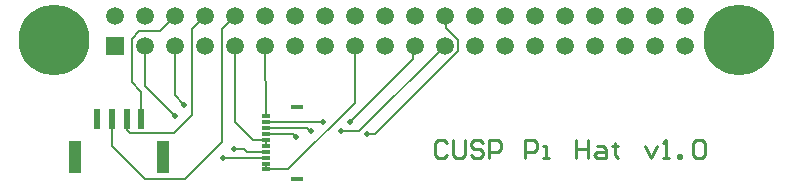
<source format=gtl>
G04*
G04 #@! TF.GenerationSoftware,Altium Limited,Altium Designer,22.9.1 (49)*
G04*
G04 Layer_Physical_Order=1*
G04 Layer_Color=255*
%FSLAX44Y44*%
%MOMM*%
G71*
G04*
G04 #@! TF.SameCoordinates,166B4888-961C-4D6F-8319-6358E2314730*
G04*
G04*
G04 #@! TF.FilePolarity,Positive*
G04*
G01*
G75*
%ADD11C,0.2000*%
%ADD13C,0.2540*%
%ADD14R,1.0000X2.7000*%
%ADD15R,0.6000X1.7000*%
%ADD16R,0.7000X0.3000*%
%ADD17R,1.0000X0.3000*%
%ADD24C,1.5000*%
%ADD25R,1.5000X1.5000*%
%ADD26C,6.0000*%
%ADD27C,0.5000*%
D11*
X262500Y57500D02*
X262500Y57500D01*
X215000D02*
X215000Y57500D01*
X262500D01*
X187500Y35000D02*
X195406D01*
X111602Y88398D02*
X137500Y62500D01*
X111602Y88398D02*
Y122301D01*
X214250Y62500D02*
Y91804D01*
X213202Y92852D02*
X214250Y91804D01*
X213202Y92852D02*
Y122301D01*
X239188Y45000D02*
X240000D01*
X215000Y47500D02*
X236688D01*
X239188Y45000D01*
X215000Y47500D02*
X215000Y47500D01*
X366258Y137201D02*
Y147044D01*
Y137201D02*
X376602Y126857D01*
Y117744D02*
Y126857D01*
X365602Y147701D02*
X366258Y147044D01*
X306357Y47500D02*
X376602Y117744D01*
X300000Y47500D02*
X306357D01*
X214250Y17500D02*
X233018D01*
X289402Y73884D01*
Y122301D01*
X111352Y9508D02*
X145642D01*
X176630Y40496D01*
Y136529D01*
X83750Y37110D02*
X111352Y9508D01*
X215000Y52500D02*
X249188D01*
X251688Y50000D02*
X252500D01*
X249188Y52500D02*
X251688Y50000D01*
X293301D02*
X365602Y122301D01*
X277500Y50000D02*
X293301D01*
X285000Y57500D02*
X338489Y110989D01*
Y120588D02*
X340202Y122301D01*
X338489Y110989D02*
Y120588D01*
X197906Y32500D02*
X212500D01*
X195406Y35000D02*
X197906Y32500D01*
X177500Y27500D02*
X212500D01*
X176630Y136529D02*
X187802Y147701D01*
X137002Y80498D02*
Y122301D01*
Y80498D02*
X145000Y72500D01*
X151230Y63356D02*
Y136529D01*
X162402Y147701D01*
X135990Y48116D02*
X151230Y63356D01*
X99160Y48116D02*
X135990D01*
X187802Y57772D02*
X203074Y42500D01*
X187802Y57772D02*
Y122301D01*
X203074Y42500D02*
X214250D01*
X100430Y91804D02*
X108750Y83484D01*
X100430Y91804D02*
Y128380D01*
X108750Y60250D02*
Y83484D01*
X214250Y37500D02*
Y42500D01*
X83750Y37110D02*
Y60250D01*
X96250Y51026D02*
Y60250D01*
Y51026D02*
X99160Y48116D01*
X214250Y42500D02*
Y42500D01*
X100430Y128380D02*
X107034Y134984D01*
X124285D01*
X137002Y147701D01*
X214250Y17500D02*
Y22500D01*
D13*
X367697Y40236D02*
X365158Y42775D01*
X360079D01*
X357540Y40236D01*
Y30079D01*
X360079Y27540D01*
X365158D01*
X367697Y30079D01*
X372775Y42775D02*
Y30079D01*
X375314Y27540D01*
X380393D01*
X382932Y30079D01*
Y42775D01*
X398167Y40236D02*
X395628Y42775D01*
X390549D01*
X388010Y40236D01*
Y37697D01*
X390549Y35157D01*
X395628D01*
X398167Y32618D01*
Y30079D01*
X395628Y27540D01*
X390549D01*
X388010Y30079D01*
X403245Y27540D02*
Y42775D01*
X410863D01*
X413402Y40236D01*
Y35157D01*
X410863Y32618D01*
X403245D01*
X433715Y27540D02*
Y42775D01*
X441333D01*
X443872Y40236D01*
Y35157D01*
X441333Y32618D01*
X433715D01*
X448950Y27540D02*
X454029D01*
X451490D01*
Y37697D01*
X448950D01*
X476881Y42775D02*
Y27540D01*
Y35157D01*
X487038D01*
Y42775D01*
Y27540D01*
X494656Y37697D02*
X499734D01*
X502273Y35157D01*
Y27540D01*
X494656D01*
X492117Y30079D01*
X494656Y32618D01*
X502273D01*
X509891Y40236D02*
Y37697D01*
X507351D01*
X512430D01*
X509891D01*
Y30079D01*
X512430Y27540D01*
X535283Y37697D02*
X540361Y27540D01*
X545439Y37697D01*
X550518Y27540D02*
X555596D01*
X553057D01*
Y42775D01*
X550518Y40236D01*
X563214Y27540D02*
Y30079D01*
X565753D01*
Y27540D01*
X563214D01*
X575909Y40236D02*
X578448Y42775D01*
X583527D01*
X586066Y40236D01*
Y30079D01*
X583527Y27540D01*
X578448D01*
X575909Y30079D01*
Y40236D01*
D14*
X127250Y28250D02*
D03*
X52750D02*
D03*
D15*
X108750Y60250D02*
D03*
X96250D02*
D03*
X83750D02*
D03*
X71250D02*
D03*
D16*
X214250Y62500D02*
D03*
Y57500D02*
D03*
Y32500D02*
D03*
Y27500D02*
D03*
Y22500D02*
D03*
Y17500D02*
D03*
Y37500D02*
D03*
Y42500D02*
D03*
Y47500D02*
D03*
Y52500D02*
D03*
D17*
X240750Y70400D02*
D03*
Y9600D02*
D03*
D24*
X492602Y122301D02*
D03*
Y147701D02*
D03*
X518002Y122301D02*
D03*
Y147701D02*
D03*
X543402Y122301D02*
D03*
Y147701D02*
D03*
X568802Y122301D02*
D03*
Y147701D02*
D03*
X467202D02*
D03*
Y122301D02*
D03*
X441802Y147701D02*
D03*
Y122301D02*
D03*
X416402Y147701D02*
D03*
Y122301D02*
D03*
X391002Y147701D02*
D03*
Y122301D02*
D03*
X365602Y147701D02*
D03*
Y122301D02*
D03*
X340202Y147701D02*
D03*
Y122301D02*
D03*
X314802Y147701D02*
D03*
Y122301D02*
D03*
X289402Y147701D02*
D03*
Y122301D02*
D03*
X264002Y147701D02*
D03*
Y122301D02*
D03*
X238602Y147701D02*
D03*
Y122301D02*
D03*
X213202Y147701D02*
D03*
Y122301D02*
D03*
X187802Y147701D02*
D03*
Y122301D02*
D03*
X162402Y147701D02*
D03*
Y122301D02*
D03*
X137002Y147701D02*
D03*
Y122301D02*
D03*
X111602Y147701D02*
D03*
Y122301D02*
D03*
X86202Y147701D02*
D03*
D25*
Y122301D02*
D03*
D26*
X35000Y127500D02*
D03*
X615000D02*
D03*
D27*
X262500Y57500D02*
D03*
X187500Y35000D02*
D03*
X137500Y62500D02*
D03*
X240000Y45000D02*
D03*
X300000Y47500D02*
D03*
X252500Y50000D02*
D03*
X277500D02*
D03*
X285000Y57500D02*
D03*
X145000Y72500D02*
D03*
X177500Y27500D02*
D03*
M02*

</source>
